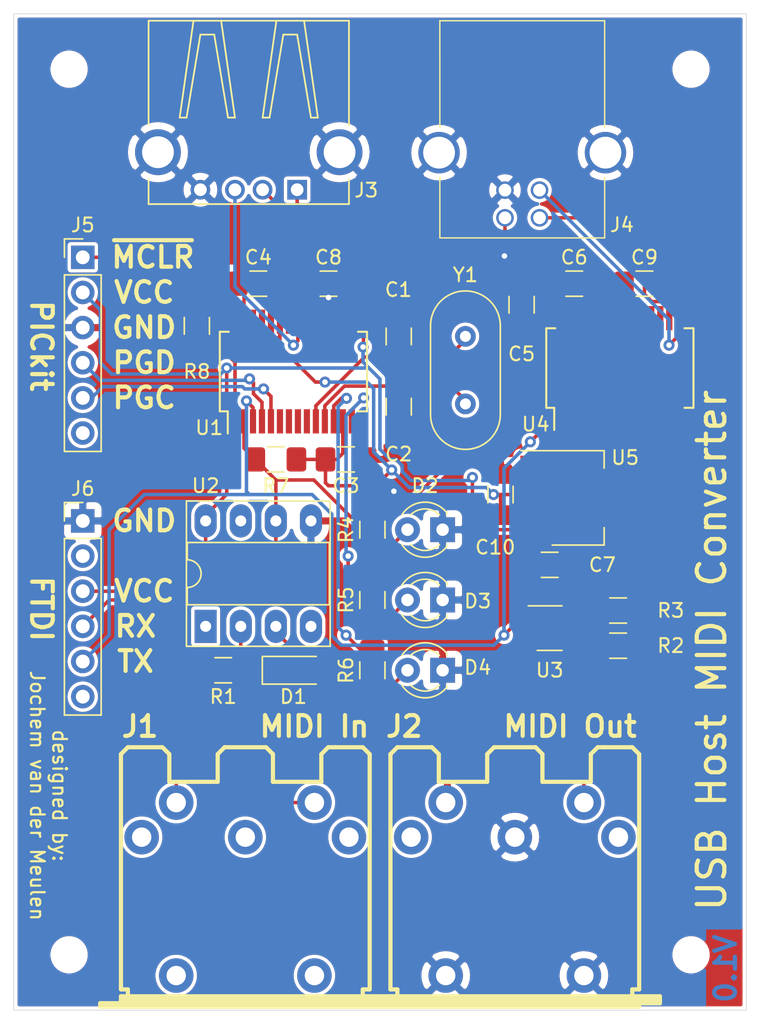
<source format=kicad_pcb>
(kicad_pcb (version 20171130) (host pcbnew "(5.1.4)-1")
  (title_block (title "USB MIDI") (date 2019-10-13) (rev V1.0) (comment 4 "Auther: Jochem van der Meulen"))
  (layers (0 F.Cu signal) (31 B.Cu signal) (34 B.Paste user) (35 F.Paste user) (36 B.SilkS user) (37 F.SilkS user) (38 B.Mask user) (39 F.Mask user) (44 Edge.Cuts user))
  (net 0 "")
  (net 1 "Net-(C1-Pad1)")
  (net 2 GND)
  (net 3 "Net-(C2-Pad1)")
  (net 4 +3V3)
  (net 5 "Net-(C5-Pad1)")
  (net 6 VCC)
  (net 7 "Net-(C8-Pad2)")
  (net 8 "Net-(D1-Pad1)")
  (net 9 "Net-(D1-Pad2)")
  (net 10 "Net-(D2-Pad2)")
  (net 11 "Net-(D3-Pad2)")
  (net 12 "Net-(D4-Pad2)")
  (net 13 "Net-(J1-Pad4)")
  (net 14 "Net-(J2-Pad5)")
  (net 15 "Net-(J2-Pad4)")
  (net 16 "Net-(J3-Pad2)")
  (net 17 "Net-(J3-Pad3)")
  (net 18 "Net-(J4-Pad2)")
  (net 19 "Net-(J4-Pad3)")
  (net 20 "Net-(J5-Pad6)")
  (net 21 "Net-(J5-Pad5)")
  (net 22 "Net-(J5-Pad4)")
  (net 23 "Net-(J5-Pad1)")
  (net 24 MCU_RX)
  (net 25 MCU_TX)
  (net 26 "Net-(J6-Pad6)")
  (net 27 "Net-(R2-Pad1)")
  (net 28 "Net-(R5-Pad1)")
  (net 29 "Net-(R6-Pad1)")
  (net 30 "Net-(J6-Pad2)")
  (module "USB MIDI:din-5" (layer F.Cu) (at 58.75 106.5)
    (fp_text reference J1 (at -7.62 -11) (layer F.SilkS) (effects (font (size 1.5 1.5) (thickness 0.3))))
    (fp_text value "MIDI In" (at 5 -11) (layer F.SilkS) (effects (font (size 1.5 1.5) (thickness 0.3))))
    (pad 6 thru_hole circle (at -5 7) (size 2.5 2.5) (drill 1.4) (layers *.Cu *.Mask))
    (pad 6 thru_hole circle (at 5 7) (size 2.5 2.5) (drill 1.4) (layers *.Cu *.Mask))
    (pad 5 thru_hole circle (at -5 -5.5) (size 2.5 2.5) (drill 1.4) (layers *.Cu *.Mask) (net 9 "Net-(D1-Pad2)"))
    (pad 1 thru_hole circle (at 7.5 -3) (size 2.5 2.5) (drill 1.4) (layers *.Cu *.Mask))
    (pad 2 thru_hole circle (at 0 -3) (size 2.5 2.5) (drill 1.4) (layers *.Cu *.Mask))
    (pad 4 thru_hole circle (at 5 -5.5) (size 2.5 2.5) (drill 1.4) (layers *.Cu *.Mask) (net 13 "Net-(J1-Pad4)"))
    (pad 3 thru_hole circle (at -7.5 -3) (size 2.5 2.5) (drill 1.4) (layers *.Cu *.Mask))
  )
  (module "USB MIDI:din-5" (layer F.Cu) (at 78.25 106.5)
    (fp_text reference J2 (at -8 -11) (layer F.SilkS) (effects (font (size 1.5 1.5) (thickness 0.3))))
    (fp_text value "MIDI Out" (at 4 -11) (layer F.SilkS) (effects (font (size 1.5 1.5) (thickness 0.3))))
    (pad 6 thru_hole circle (at -5 7) (size 2.5 2.5) (drill 1.4) (layers *.Cu *.Mask) (net 2 GND))
    (pad 6 thru_hole circle (at 5 7) (size 2.5 2.5) (drill 1.4) (layers *.Cu *.Mask) (net 2 GND))
    (pad 5 thru_hole circle (at -5 -5.5) (size 2.5 2.5) (drill 1.4) (layers *.Cu *.Mask) (net 14 "Net-(J2-Pad5)"))
    (pad 1 thru_hole circle (at 7.5 -3) (size 2.5 2.5) (drill 1.4) (layers *.Cu *.Mask))
    (pad 2 thru_hole circle (at 0 -3) (size 2.5 2.5) (drill 1.4) (layers *.Cu *.Mask) (net 2 GND))
    (pad 4 thru_hole circle (at 5 -5.5) (size 2.5 2.5) (drill 1.4) (layers *.Cu *.Mask) (net 15 "Net-(J2-Pad4)"))
    (pad 3 thru_hole circle (at -7.5 -3) (size 2.5 2.5) (drill 1.4) (layers *.Cu *.Mask))
  )
  (module "USB MIDI:FCI_61729-1011BLF" (layer F.Cu) (at 79 52 180)
    (fp_text reference J4 (at -7 -7.25) (layer F.SilkS) (effects (font (size 1.0006 1.0006))))
    (fp_text value USB_B)
    (pad 4 thru_hole circle (at 1.46087 -4.74124 180) (size 1.27 1.27) (drill 0.92) (layers *.Cu *.Mask) (net 2 GND))
    (pad 1 thru_hole circle (at 1.46087 -6.74124 180) (size 1.27 1.27) (drill 0.92) (layers *.Cu *.Mask) (net 6 VCC))
    (pad 3 thru_hole circle (at -1.03913 -4.74124 180) (size 1.27 1.27) (drill 0.92) (layers *.Cu *.Mask) (net 19 "Net-(J4-Pad3)"))
    (pad 2 thru_hole circle (at -1.03913 -6.74124 180) (size 1.27 1.27) (drill 0.92) (layers *.Cu *.Mask) (net 18 "Net-(J4-Pad2)"))
    (pad M2 thru_hole circle (at 6.23087 -2.03124 180) (size 3 3) (drill 2.3) (layers *.Cu *.Mask) (net 2 GND))
    (pad M1 thru_hole circle (at -5.80913 -2.03124 180) (size 3 3) (drill 2.3) (layers *.Cu *.Mask) (net 2 GND))
  )
  (module "USB MIDI:FCI_87520-0010BLF" (layer F.Cu) (at 59 54 180)
    (fp_text reference J3 (at -8.5 -2.75 180) (layer F.SilkS) (effects (font (size 1.00106 1.00106))))
    (fp_text value USB_A)
    (pad P2 thru_hole circle (at 6.57 0 180) (size 3.316 3.316) (drill 2.3) (layers *.Cu *.Mask) (net 2 GND))
    (pad P1 thru_hole circle (at -6.57 0 180) (size 3.316 3.316) (drill 2.3) (layers *.Cu *.Mask) (net 2 GND))
    (pad 1 thru_hole rect (at -3.5 -2.71 180) (size 1.428 1.428) (drill 0.92) (layers *.Cu *.Mask) (net 6 VCC))
    (pad 4 thru_hole circle (at 3.5 -2.71 180) (size 1.428 1.428) (drill 0.92) (layers *.Cu *.Mask) (net 2 GND))
    (pad 3 thru_hole circle (at 1 -2.71 180) (size 1.428 1.428) (drill 0.92) (layers *.Cu *.Mask) (net 17 "Net-(J3-Pad3)"))
    (pad 2 thru_hole circle (at -1 -2.71 180) (size 1.428 1.428) (drill 0.92) (layers *.Cu *.Mask) (net 16 "Net-(J3-Pad2)"))
  )
  (module MountingHole:MountingHole_2.2mm_M2 (layer F.Cu) (at 91 48)
    (fp_text reference REF**)
    (fp_text value MountingHole_2.2mm_M2)
    (pad 1 np_thru_hole circle (at 0 0) (size 2.2 2.2) (drill 2.2) (layers *.Cu *.Mask))
  )
  (module MountingHole:MountingHole_2.2mm_M2 (layer F.Cu) (at 91 112)
    (fp_text reference REF**)
    (fp_text value MountingHole_2.2mm_M2)
    (pad 1 np_thru_hole circle (at 0 0) (size 2.2 2.2) (drill 2.2) (layers *.Cu *.Mask))
  )
  (module MountingHole:MountingHole_2.2mm_M2 (layer F.Cu) (at 46 112)
    (fp_text reference REF**)
    (fp_text value MountingHole_2.2mm_M2)
    (pad "" np_thru_hole circle (at 0 0) (size 2.2 2.2) (drill 2.2) (layers *.Cu *.Mask))
  )
  (module MountingHole:MountingHole_2.2mm_M2 (layer F.Cu) (at 46 48)
    (fp_text reference REF**)
    (fp_text value MountingHole_2.2mm_M2)
    (pad "" np_thru_hole circle (at 0 0) (size 2.2 2.2) (drill 2.2) (layers *.Cu *.Mask))
  )
  (module Package_SO:SSOP-28_5.3x10.2mm_P0.65mm (layer F.Cu) (at 62.23 69.85 90)
    (fp_text reference U1 (at -4.064 -6.096 180) (layer F.SilkS))
    (fp_text value PIC24FJ64GB002)
    (pad 28 smd rect (at 3.6 -4.225 90) (size 1.75 0.45) (layers F.Cu F.Paste F.Mask) (net 4 +3V3))
    (pad 27 smd rect (at 3.6 -3.575 90) (size 1.75 0.45) (layers F.Cu F.Paste F.Mask) (net 2 GND))
    (pad 26 smd rect (at 3.6 -2.925 90) (size 1.75 0.45) (layers F.Cu F.Paste F.Mask))
    (pad 25 smd rect (at 3.6 -2.275 90) (size 1.75 0.45) (layers F.Cu F.Paste F.Mask))
    (pad 24 smd rect (at 3.6 -1.625 90) (size 1.75 0.45) (layers F.Cu F.Paste F.Mask))
    (pad 23 smd rect (at 3.6 -0.975 90) (size 1.75 0.45) (layers F.Cu F.Paste F.Mask) (net 4 +3V3))
    (pad 22 smd rect (at 3.6 -0.325 90) (size 1.75 0.45) (layers F.Cu F.Paste F.Mask) (net 16 "Net-(J3-Pad2)"))
    (pad 21 smd rect (at 3.6 0.325 90) (size 1.75 0.45) (layers F.Cu F.Paste F.Mask) (net 17 "Net-(J3-Pad3)"))
    (pad 20 smd rect (at 3.6 0.975 90) (size 1.75 0.45) (layers F.Cu F.Paste F.Mask) (net 7 "Net-(C8-Pad2)"))
    (pad 19 smd rect (at 3.6 1.625 90) (size 1.75 0.45) (layers F.Cu F.Paste F.Mask) (net 2 GND))
    (pad 18 smd rect (at 3.6 2.275 90) (size 1.75 0.45) (layers F.Cu F.Paste F.Mask))
    (pad 17 smd rect (at 3.6 2.925 90) (size 1.75 0.45) (layers F.Cu F.Paste F.Mask))
    (pad 16 smd rect (at 3.6 3.575 90) (size 1.75 0.45) (layers F.Cu F.Paste F.Mask))
    (pad 15 smd rect (at 3.6 4.225 90) (size 1.75 0.45) (layers F.Cu F.Paste F.Mask) (net 6 VCC))
    (pad 14 smd rect (at -3.6 4.225 90) (size 1.75 0.45) (layers F.Cu F.Paste F.Mask) (net 28 "Net-(R5-Pad1)"))
    (pad 13 smd rect (at -3.6 3.575 90) (size 1.75 0.45) (layers F.Cu F.Paste F.Mask) (net 4 +3V3))
    (pad 12 smd rect (at -3.6 2.925 90) (size 1.75 0.45) (layers F.Cu F.Paste F.Mask) (net 29 "Net-(R6-Pad1)"))
    (pad 11 smd rect (at -3.6 2.275 90) (size 1.75 0.45) (layers F.Cu F.Paste F.Mask) (net 3 "Net-(C2-Pad1)"))
    (pad 10 smd rect (at -3.6 1.625 90) (size 1.75 0.45) (layers F.Cu F.Paste F.Mask) (net 1 "Net-(C1-Pad1)"))
    (pad 9 smd rect (at -3.6 0.975 90) (size 1.75 0.45) (layers F.Cu F.Paste F.Mask))
    (pad 8 smd rect (at -3.6 0.325 90) (size 1.75 0.45) (layers F.Cu F.Paste F.Mask))
    (pad 7 smd rect (at -3.6 -0.325 90) (size 1.75 0.45) (layers F.Cu F.Paste F.Mask))
    (pad 6 smd rect (at -3.6 -0.975 90) (size 1.75 0.45) (layers F.Cu F.Paste F.Mask))
    (pad 5 smd rect (at -3.6 -1.625 90) (size 1.75 0.45) (layers F.Cu F.Paste F.Mask) (net 21 "Net-(J5-Pad5)"))
    (pad 4 smd rect (at -3.6 -2.275 90) (size 1.75 0.45) (layers F.Cu F.Paste F.Mask) (net 22 "Net-(J5-Pad4)"))
    (pad 3 smd rect (at -3.6 -2.925 90) (size 1.75 0.45) (layers F.Cu F.Paste F.Mask) (net 25 MCU_TX))
    (pad 2 smd rect (at -3.6 -3.575 90) (size 1.75 0.45) (layers F.Cu F.Paste F.Mask) (net 24 MCU_RX))
    (pad 1 smd rect (at -3.6 -4.225 90) (size 1.75 0.45) (layers F.Cu F.Paste F.Mask) (net 23 "Net-(J5-Pad1)"))
  )
  (module Capacitor_SMD:C_1206_3216Metric_Pad1.42x1.75mm_HandSolder (layer F.Cu) (at 69.85 67.31 90)
    (fp_text reference C1 (at 3.374 -0.026 180) (layer F.SilkS))
    (fp_text value 18pF)
    (pad 1 smd roundrect (at -1.4875 0 90) (size 1.425 1.75) (layers F.Cu F.Paste F.Mask) (roundrect_rratio 0.175439) (net 1 "Net-(C1-Pad1)"))
    (pad 2 smd roundrect (at 1.4875 0 90) (size 1.425 1.75) (layers F.Cu F.Paste F.Mask) (roundrect_rratio 0.175439) (net 2 GND))
  )
  (module Capacitor_SMD:C_1206_3216Metric_Pad1.42x1.75mm_HandSolder (layer F.Cu) (at 69.85 72.39 270)
    (fp_text reference C2 (at 3.429 0 180) (layer F.SilkS))
    (fp_text value 18pF)
    (pad 2 smd roundrect (at 1.4875 0 270) (size 1.425 1.75) (layers F.Cu F.Paste F.Mask) (roundrect_rratio 0.175439) (net 2 GND))
    (pad 1 smd roundrect (at -1.4875 0 270) (size 1.425 1.75) (layers F.Cu F.Paste F.Mask) (roundrect_rratio 0.175439) (net 3 "Net-(C2-Pad1)"))
  )
  (module Capacitor_SMD:C_1206_3216Metric_Pad1.42x1.75mm_HandSolder (layer F.Cu) (at 66.04 76.2)
    (fp_text reference C3 (at 0 1.905) (layer F.SilkS))
    (fp_text value 100nF)
    (pad 1 smd roundrect (at -1.4875 0) (size 1.425 1.75) (layers F.Cu F.Paste F.Mask) (roundrect_rratio 0.175439) (net 4 +3V3))
    (pad 2 smd roundrect (at 1.4875 0) (size 1.425 1.75) (layers F.Cu F.Paste F.Mask) (roundrect_rratio 0.175439) (net 2 GND))
  )
  (module Capacitor_SMD:C_1206_3216Metric_Pad1.42x1.75mm_HandSolder (layer F.Cu) (at 59.69 63.5)
    (fp_text reference C4 (at 0 -1.905 180) (layer F.SilkS))
    (fp_text value 100nF)
    (pad 2 smd roundrect (at 1.4875 0) (size 1.425 1.75) (layers F.Cu F.Paste F.Mask) (roundrect_rratio 0.175439) (net 4 +3V3))
    (pad 1 smd roundrect (at -1.4875 0) (size 1.425 1.75) (layers F.Cu F.Paste F.Mask) (roundrect_rratio 0.175439) (net 2 GND))
  )
  (module Capacitor_SMD:C_1206_3216Metric_Pad1.42x1.75mm_HandSolder (layer F.Cu) (at 78.74 65.024 90)
    (fp_text reference C5 (at -3.556 0 180) (layer F.SilkS))
    (fp_text value 100nF)
    (pad 2 smd roundrect (at 1.4875 0 90) (size 1.425 1.75) (layers F.Cu F.Paste F.Mask) (roundrect_rratio 0.175439) (net 2 GND))
    (pad 1 smd roundrect (at -1.4875 0 90) (size 1.425 1.75) (layers F.Cu F.Paste F.Mask) (roundrect_rratio 0.175439) (net 5 "Net-(C5-Pad1)"))
  )
  (module Capacitor_SMD:C_1206_3216Metric_Pad1.42x1.75mm_HandSolder (layer F.Cu) (at 82.55 63.5)
    (fp_text reference C6 (at 0 -1.905) (layer F.SilkS))
    (fp_text value 100nF)
    (pad 1 smd roundrect (at -1.4875 0) (size 1.425 1.75) (layers F.Cu F.Paste F.Mask) (roundrect_rratio 0.175439) (net 2 GND))
    (pad 2 smd roundrect (at 1.4875 0) (size 1.425 1.75) (layers F.Cu F.Paste F.Mask) (roundrect_rratio 0.175439) (net 6 VCC))
  )
  (module Capacitor_SMD:C_1206_3216Metric_Pad1.42x1.75mm_HandSolder (layer F.Cu) (at 80.772 83.82)
    (fp_text reference C7 (at 3.81 0) (layer F.SilkS))
    (fp_text value 100nF)
    (pad 2 smd roundrect (at 1.4875 0) (size 1.425 1.75) (layers F.Cu F.Paste F.Mask) (roundrect_rratio 0.175439) (net 2 GND))
    (pad 1 smd roundrect (at -1.4875 0) (size 1.425 1.75) (layers F.Cu F.Paste F.Mask) (roundrect_rratio 0.175439) (net 6 VCC))
  )
  (module Capacitor_SMD:C_1206_3216Metric_Pad1.42x1.75mm_HandSolder (layer F.Cu) (at 64.77 63.5 180)
    (fp_text reference C8 (at 0 1.905) (layer F.SilkS))
    (fp_text value 10uF)
    (pad 1 smd roundrect (at -1.4875 0 180) (size 1.425 1.75) (layers F.Cu F.Paste F.Mask) (roundrect_rratio 0.175439) (net 2 GND))
    (pad 2 smd roundrect (at 1.4875 0 180) (size 1.425 1.75) (layers F.Cu F.Paste F.Mask) (roundrect_rratio 0.175439) (net 7 "Net-(C8-Pad2)"))
  )
  (module Capacitor_SMD:C_1206_3216Metric_Pad1.42x1.75mm_HandSolder (layer F.Cu) (at 87.63 63.5 180)
    (fp_text reference C9 (at 0 1.905) (layer F.SilkS))
    (fp_text value 10uF)
    (pad 2 smd roundrect (at 1.4875 0 180) (size 1.425 1.75) (layers F.Cu F.Paste F.Mask) (roundrect_rratio 0.175439) (net 6 VCC))
    (pad 1 smd roundrect (at -1.4875 0 180) (size 1.425 1.75) (layers F.Cu F.Paste F.Mask) (roundrect_rratio 0.175439) (net 2 GND))
  )
  (module Capacitor_SMD:C_1206_3216Metric_Pad1.42x1.75mm_HandSolder (layer F.Cu) (at 77.216 78.74 90)
    (fp_text reference C10 (at -3.81 -0.381 180) (layer F.SilkS))
    (fp_text value 10uF)
    (pad 1 smd roundrect (at -1.4875 0 90) (size 1.425 1.75) (layers F.Cu F.Paste F.Mask) (roundrect_rratio 0.175439) (net 4 +3V3))
    (pad 2 smd roundrect (at 1.4875 0 90) (size 1.425 1.75) (layers F.Cu F.Paste F.Mask) (roundrect_rratio 0.175439) (net 2 GND))
  )
  (module Diode_SMD:D_SOD-123 (layer F.Cu) (at 62.23 91.44)
    (fp_text reference D1 (at 0 1.905 180) (layer F.SilkS))
    (fp_text value 1N4148)
    (pad 1 smd rect (at -1.65 0) (size 0.9 1.2) (layers F.Cu F.Paste F.Mask) (net 8 "Net-(D1-Pad1)"))
    (pad 2 smd rect (at 1.65 0) (size 0.9 1.2) (layers F.Cu F.Paste F.Mask) (net 9 "Net-(D1-Pad2)"))
  )
  (module LED_THT:LED_D3.0mm (layer F.Cu) (at 73.025 81.28 180)
    (fp_text reference D2 (at 1.27 3.175) (layer F.SilkS))
    (fp_text value "Power LED")
    (pad 1 thru_hole rect (at 0 0 180) (size 1.8 1.8) (drill 0.9) (layers *.Cu *.Mask) (net 2 GND))
    (pad 2 thru_hole circle (at 2.54 0 180) (size 1.8 1.8) (drill 0.9) (layers *.Cu *.Mask) (net 10 "Net-(D2-Pad2)"))
  )
  (module LED_THT:LED_D3.0mm (layer F.Cu) (at 73.025 86.36 180)
    (fp_text reference D3 (at -2.54 -0.085) (layer F.SilkS))
    (fp_text value "Accept LED")
    (pad 2 thru_hole circle (at 2.54 0 180) (size 1.8 1.8) (drill 0.9) (layers *.Cu *.Mask) (net 11 "Net-(D3-Pad2)"))
    (pad 1 thru_hole rect (at 0 0 180) (size 1.8 1.8) (drill 0.9) (layers *.Cu *.Mask) (net 2 GND))
  )
  (module LED_THT:LED_D3.0mm (layer F.Cu) (at 73.025 91.44 180)
    (fp_text reference D4 (at -2.54 0.2) (layer F.SilkS))
    (fp_text value "Error LED")
    (pad 1 thru_hole rect (at 0 0 180) (size 1.8 1.8) (drill 0.9) (layers *.Cu *.Mask) (net 2 GND))
    (pad 2 thru_hole circle (at 2.54 0 180) (size 1.8 1.8) (drill 0.9) (layers *.Cu *.Mask) (net 12 "Net-(D4-Pad2)"))
  )
  (module Connector_PinHeader_2.54mm:PinHeader_1x06_P2.54mm_Vertical (layer F.Cu) (at 46.99 61.595)
    (fp_text reference J5 (at 0 -2.33) (layer F.SilkS))
    (fp_text value "PICkit Header")
    (pad 6 thru_hole oval (at 0 12.7) (size 1.7 1.7) (drill 1) (layers *.Cu *.Mask) (net 20 "Net-(J5-Pad6)"))
    (pad 5 thru_hole oval (at 0 10.16) (size 1.7 1.7) (drill 1) (layers *.Cu *.Mask) (net 21 "Net-(J5-Pad5)"))
    (pad 4 thru_hole oval (at 0 7.62) (size 1.7 1.7) (drill 1) (layers *.Cu *.Mask) (net 22 "Net-(J5-Pad4)"))
    (pad 3 thru_hole oval (at 0 5.08) (size 1.7 1.7) (drill 1) (layers *.Cu *.Mask) (net 2 GND))
    (pad 2 thru_hole oval (at 0 2.54) (size 1.7 1.7) (drill 1) (layers *.Cu *.Mask) (net 6 VCC))
    (pad 1 thru_hole rect (at 0 0) (size 1.7 1.7) (drill 1) (layers *.Cu *.Mask) (net 23 "Net-(J5-Pad1)"))
  )
  (module Connector_PinHeader_2.54mm:PinHeader_1x06_P2.54mm_Vertical (layer F.Cu) (at 46.99 80.645)
    (fp_text reference J6 (at 0 -2.33) (layer F.SilkS))
    (fp_text value "FTDI Header")
    (pad 1 thru_hole rect (at 0 0) (size 1.7 1.7) (drill 1) (layers *.Cu *.Mask) (net 2 GND))
    (pad 2 thru_hole oval (at 0 2.54) (size 1.7 1.7) (drill 1) (layers *.Cu *.Mask) (net 30 "Net-(J6-Pad2)"))
    (pad 3 thru_hole oval (at 0 5.08) (size 1.7 1.7) (drill 1) (layers *.Cu *.Mask) (net 6 VCC))
    (pad 4 thru_hole oval (at 0 7.62) (size 1.7 1.7) (drill 1) (layers *.Cu *.Mask) (net 24 MCU_RX))
    (pad 5 thru_hole oval (at 0 10.16) (size 1.7 1.7) (drill 1) (layers *.Cu *.Mask) (net 25 MCU_TX))
    (pad 6 thru_hole oval (at 0 12.7) (size 1.7 1.7) (drill 1) (layers *.Cu *.Mask) (net 26 "Net-(J6-Pad6)"))
  )
  (module Resistor_SMD:R_1206_3216Metric_Pad1.42x1.75mm_HandSolder (layer F.Cu) (at 57.15 91.44)
    (fp_text reference R1 (at 0 1.905 180) (layer F.SilkS))
    (fp_text value 220)
    (pad 1 smd roundrect (at -1.4875 0) (size 1.425 1.75) (layers F.Cu F.Paste F.Mask) (roundrect_rratio 0.175439) (net 13 "Net-(J1-Pad4)"))
    (pad 2 smd roundrect (at 1.4875 0) (size 1.425 1.75) (layers F.Cu F.Paste F.Mask) (roundrect_rratio 0.175439) (net 8 "Net-(D1-Pad1)"))
  )
  (module Resistor_SMD:R_1206_3216Metric_Pad1.42x1.75mm_HandSolder (layer F.Cu) (at 85.725 89.662)
    (fp_text reference R2 (at 3.81 0) (layer F.SilkS))
    (fp_text value 220)
    (pad 1 smd roundrect (at -1.4875 0) (size 1.425 1.75) (layers F.Cu F.Paste F.Mask) (roundrect_rratio 0.175439) (net 27 "Net-(R2-Pad1)"))
    (pad 2 smd roundrect (at 1.4875 0) (size 1.425 1.75) (layers F.Cu F.Paste F.Mask) (roundrect_rratio 0.175439) (net 14 "Net-(J2-Pad5)"))
  )
  (module Resistor_SMD:R_1206_3216Metric_Pad1.42x1.75mm_HandSolder (layer F.Cu) (at 85.725 87.122)
    (fp_text reference R3 (at 3.81 0) (layer F.SilkS))
    (fp_text value 220)
    (pad 2 smd roundrect (at 1.4875 0) (size 1.425 1.75) (layers F.Cu F.Paste F.Mask) (roundrect_rratio 0.175439) (net 15 "Net-(J2-Pad4)"))
    (pad 1 smd roundrect (at -1.4875 0) (size 1.425 1.75) (layers F.Cu F.Paste F.Mask) (roundrect_rratio 0.175439) (net 6 VCC))
  )
  (module Resistor_SMD:R_1206_3216Metric_Pad1.42x1.75mm_HandSolder (layer F.Cu) (at 67.945 81.28 270)
    (fp_text reference R4 (at 0 1.905 90) (layer F.SilkS))
    (fp_text value 220)
    (pad 2 smd roundrect (at 1.4875 0 270) (size 1.425 1.75) (layers F.Cu F.Paste F.Mask) (roundrect_rratio 0.175439) (net 10 "Net-(D2-Pad2)"))
    (pad 1 smd roundrect (at -1.4875 0 270) (size 1.425 1.75) (layers F.Cu F.Paste F.Mask) (roundrect_rratio 0.175439) (net 4 +3V3))
  )
  (module Resistor_SMD:R_1206_3216Metric_Pad1.42x1.75mm_HandSolder (layer F.Cu) (at 67.945 86.36 270)
    (fp_text reference R5 (at 0 1.905 90) (layer F.SilkS))
    (fp_text value 470)
    (pad 1 smd roundrect (at -1.4875 0 270) (size 1.425 1.75) (layers F.Cu F.Paste F.Mask) (roundrect_rratio 0.175439) (net 28 "Net-(R5-Pad1)"))
    (pad 2 smd roundrect (at 1.4875 0 270) (size 1.425 1.75) (layers F.Cu F.Paste F.Mask) (roundrect_rratio 0.175439) (net 11 "Net-(D3-Pad2)"))
  )
  (module Resistor_SMD:R_1206_3216Metric_Pad1.42x1.75mm_HandSolder (layer F.Cu) (at 67.945 91.44 270)
    (fp_text reference R6 (at 0 1.905 90) (layer F.SilkS))
    (fp_text value 470)
    (pad 2 smd roundrect (at 1.4875 0 270) (size 1.425 1.75) (layers F.Cu F.Paste F.Mask) (roundrect_rratio 0.175439) (net 12 "Net-(D4-Pad2)"))
    (pad 1 smd roundrect (at -1.4875 0 270) (size 1.425 1.75) (layers F.Cu F.Paste F.Mask) (roundrect_rratio 0.175439) (net 29 "Net-(R6-Pad1)"))
  )
  (module Resistor_SMD:R_1206_3216Metric_Pad1.42x1.75mm_HandSolder (layer F.Cu) (at 60.96 76.2 180)
    (fp_text reference R7 (at 0 -1.905) (layer F.SilkS))
    (fp_text value 10K)
    (pad 1 smd roundrect (at -1.4875 0 180) (size 1.425 1.75) (layers F.Cu F.Paste F.Mask) (roundrect_rratio 0.175439) (net 4 +3V3))
    (pad 2 smd roundrect (at 1.4875 0 180) (size 1.425 1.75) (layers F.Cu F.Paste F.Mask) (roundrect_rratio 0.175439) (net 24 MCU_RX))
  )
  (module Resistor_SMD:R_1206_3216Metric_Pad1.42x1.75mm_HandSolder (layer F.Cu) (at 55.245 66.548 270)
    (fp_text reference R8 (at 3.302 0 180) (layer F.SilkS))
    (fp_text value 10K)
    (pad 2 smd roundrect (at 1.4875 0 270) (size 1.425 1.75) (layers F.Cu F.Paste F.Mask) (roundrect_rratio 0.175439) (net 23 "Net-(J5-Pad1)"))
    (pad 1 smd roundrect (at -1.4875 0 270) (size 1.425 1.75) (layers F.Cu F.Paste F.Mask) (roundrect_rratio 0.175439) (net 4 +3V3))
  )
  (module Package_DIP:DIP-8_W7.62mm_Socket_LongPads (layer F.Cu) (at 55.88 88.265 90)
    (fp_text reference U2 (at 10.16 0 180) (layer F.SilkS))
    (fp_text value 6N138)
    (pad 1 thru_hole rect (at 0 0 90) (size 2.4 1.6) (drill 0.8) (layers *.Cu *.Mask))
    (pad 5 thru_hole oval (at 7.62 7.62 90) (size 2.4 1.6) (drill 0.8) (layers *.Cu *.Mask) (net 2 GND))
    (pad 2 thru_hole oval (at 0 2.54 90) (size 2.4 1.6) (drill 0.8) (layers *.Cu *.Mask) (net 8 "Net-(D1-Pad1)"))
    (pad 6 thru_hole oval (at 7.62 5.08 90) (size 2.4 1.6) (drill 0.8) (layers *.Cu *.Mask) (net 24 MCU_RX))
    (pad 3 thru_hole oval (at 0 5.08 90) (size 2.4 1.6) (drill 0.8) (layers *.Cu *.Mask) (net 9 "Net-(D1-Pad2)"))
    (pad 7 thru_hole oval (at 7.62 2.54 90) (size 2.4 1.6) (drill 0.8) (layers *.Cu *.Mask))
    (pad 4 thru_hole oval (at 0 7.62 90) (size 2.4 1.6) (drill 0.8) (layers *.Cu *.Mask))
    (pad 8 thru_hole oval (at 7.62 0 90) (size 2.4 1.6) (drill 0.8) (layers *.Cu *.Mask) (net 6 VCC))
  )
  (module Package_TO_SOT_SMD:SOT-23-5_HandSoldering (layer F.Cu) (at 80.772 88.392)
    (fp_text reference U3 (at 0 3.048) (layer F.SilkS))
    (fp_text value 74AHC1G125)
    (pad 1 smd rect (at -1.35 -0.95) (size 1.56 0.65) (layers F.Cu F.Paste F.Mask) (net 2 GND))
    (pad 2 smd rect (at -1.35 0) (size 1.56 0.65) (layers F.Cu F.Paste F.Mask) (net 25 MCU_TX))
    (pad 3 smd rect (at -1.35 0.95) (size 1.56 0.65) (layers F.Cu F.Paste F.Mask) (net 2 GND))
    (pad 4 smd rect (at 1.35 0.95) (size 1.56 0.65) (layers F.Cu F.Paste F.Mask) (net 27 "Net-(R2-Pad1)"))
    (pad 5 smd rect (at 1.35 -0.95) (size 1.56 0.65) (layers F.Cu F.Paste F.Mask) (net 6 VCC))
  )
  (module Package_SO:SSOP-28_5.3x10.2mm_P0.65mm (layer F.Cu) (at 85.852 69.596 90)
    (fp_text reference U4 (at -4.064 -6.096 180) (layer F.SilkS))
    (fp_text value FT232RL)
    (pad 1 smd rect (at -3.6 -4.225 90) (size 1.75 0.45) (layers F.Cu F.Paste F.Mask) (net 24 MCU_RX))
    (pad 2 smd rect (at -3.6 -3.575 90) (size 1.75 0.45) (layers F.Cu F.Paste F.Mask))
    (pad 3 smd rect (at -3.6 -2.925 90) (size 1.75 0.45) (layers F.Cu F.Paste F.Mask))
    (pad 4 smd rect (at -3.6 -2.275 90) (size 1.75 0.45) (layers F.Cu F.Paste F.Mask) (net 5 "Net-(C5-Pad1)"))
    (pad 5 smd rect (at -3.6 -1.625 90) (size 1.75 0.45) (layers F.Cu F.Paste F.Mask) (net 25 MCU_TX))
    (pad 6 smd rect (at -3.6 -0.975 90) (size 1.75 0.45) (layers F.Cu F.Paste F.Mask))
    (pad 7 smd rect (at -3.6 -0.325 90) (size 1.75 0.45) (layers F.Cu F.Paste F.Mask) (net 2 GND))
    (pad 8 smd rect (at -3.6 0.325 90) (size 1.75 0.45) (layers F.Cu F.Paste F.Mask))
    (pad 9 smd rect (at -3.6 0.975 90) (size 1.75 0.45) (layers F.Cu F.Paste F.Mask))
    (pad 10 smd rect (at -3.6 1.625 90) (size 1.75 0.45) (layers F.Cu F.Paste F.Mask))
    (pad 11 smd rect (at -3.6 2.275 90) (size 1.75 0.45) (layers F.Cu F.Paste F.Mask))
    (pad 12 smd rect (at -3.6 2.925 90) (size 1.75 0.45) (layers F.Cu F.Paste F.Mask))
    (pad 13 smd rect (at -3.6 3.575 90) (size 1.75 0.45) (layers F.Cu F.Paste F.Mask))
    (pad 14 smd rect (at -3.6 4.225 90) (size 1.75 0.45) (layers F.Cu F.Paste F.Mask))
    (pad 15 smd rect (at 3.6 4.225 90) (size 1.75 0.45) (layers F.Cu F.Paste F.Mask) (net 19 "Net-(J4-Pad3)"))
    (pad 16 smd rect (at 3.6 3.575 90) (size 1.75 0.45) (layers F.Cu F.Paste F.Mask) (net 18 "Net-(J4-Pad2)"))
    (pad 17 smd rect (at 3.6 2.925 90) (size 1.75 0.45) (layers F.Cu F.Paste F.Mask) (net 5 "Net-(C5-Pad1)"))
    (pad 18 smd rect (at 3.6 2.275 90) (size 1.75 0.45) (layers F.Cu F.Paste F.Mask) (net 2 GND))
    (pad 19 smd rect (at 3.6 1.625 90) (size 1.75 0.45) (layers F.Cu F.Paste F.Mask))
    (pad 20 smd rect (at 3.6 0.975 90) (size 1.75 0.45) (layers F.Cu F.Paste F.Mask) (net 6 VCC))
    (pad 21 smd rect (at 3.6 0.325 90) (size 1.75 0.45) (layers F.Cu F.Paste F.Mask) (net 2 GND))
    (pad 22 smd rect (at 3.6 -0.325 90) (size 1.75 0.45) (layers F.Cu F.Paste F.Mask))
    (pad 23 smd rect (at 3.6 -0.975 90) (size 1.75 0.45) (layers F.Cu F.Paste F.Mask))
    (pad 24 smd rect (at 3.6 -1.625 90) (size 1.75 0.45) (layers F.Cu F.Paste F.Mask))
    (pad 25 smd rect (at 3.6 -2.275 90) (size 1.75 0.45) (layers F.Cu F.Paste F.Mask) (net 2 GND))
    (pad 26 smd rect (at 3.6 -2.925 90) (size 1.75 0.45) (layers F.Cu F.Paste F.Mask) (net 2 GND))
    (pad 27 smd rect (at 3.6 -3.575 90) (size 1.75 0.45) (layers F.Cu F.Paste F.Mask))
    (pad 28 smd rect (at 3.6 -4.225 90) (size 1.75 0.45) (layers F.Cu F.Paste F.Mask))
  )
  (module Package_TO_SOT_SMD:SOT-223-3_TabPin2 (layer F.Cu) (at 82.804 78.98)
    (fp_text reference U5 (at 3.429 -2.907) (layer F.SilkS))
    (fp_text value LD1117S33TR_SOT223)
    (pad 2 smd rect (at 3.15 0) (size 2 3.8) (layers F.Cu F.Paste F.Mask) (net 4 +3V3))
    (pad 2 smd rect (at -3.15 0) (size 2 1.5) (layers F.Cu F.Paste F.Mask) (net 4 +3V3))
    (pad 3 smd rect (at -3.15 2.3) (size 2 1.5) (layers F.Cu F.Paste F.Mask) (net 6 VCC))
    (pad 1 smd rect (at -3.15 -2.3) (size 2 1.5) (layers F.Cu F.Paste F.Mask) (net 2 GND))
  )
  (module Crystal:Crystal_HC49-4H_Vertical (layer F.Cu) (at 74.676 67.31 270)
    (fp_text reference Y1 (at -4.445 0 180) (layer F.SilkS))
    (fp_text value 16MHz)
    (pad 1 thru_hole circle (at 0 0 270) (size 1.5 1.5) (drill 0.8) (layers *.Cu *.Mask) (net 1 "Net-(C1-Pad1)"))
    (pad 2 thru_hole circle (at 4.88 0 270) (size 1.5 1.5) (drill 0.8) (layers *.Cu *.Mask) (net 3 "Net-(C2-Pad1)"))
  )
  (gr_text "designed by:\nJochem van der Meulen" (at 44.5 100.5 270) (layer F.SilkS) (effects (font (size 1 1) (thickness 0.16))))
  (gr_text "USB Host MIDI Converter" (at 92.5 90 90) (layer F.SilkS) (effects (font (size 2 2) (thickness 0.3))))
  (gr_text V1.0 (at 93.5 113 90) (layer B.Cu) (effects (font (size 1.5 1.5) (thickness 0.3)) (justify mirror)))
  (gr_text PICkit (at 44 68 270) (layer F.SilkS) (effects (font (size 1.5 1.5) (thickness 0.3))))
  (gr_text FTDI (at 44 87 270) (layer F.SilkS) (effects (font (size 1.5 1.5) (thickness 0.3))))
  (gr_line (start 95 44) (end 42 44) (layer Edge.Cuts) (width 0.05))
  (gr_line (start 42 116) (end 95 116) (layer Edge.Cuts) (width 0.05))
  (gr_line (start 42 44) (end 42 116) (layer Edge.Cuts) (width 0.05))
  (gr_line (start 95 116) (end 95 44) (layer Edge.Cuts) (width 0.05))
  (gr_text TX (at 50.8 90.805) (layer F.SilkS) (effects (font (size 1.5 1.5) (thickness 0.3))))
  (gr_text RX (at 50.8 88.265) (layer F.SilkS) (effects (font (size 1.5 1.5) (thickness 0.3))))
  (gr_text VCC (at 51.435 85.725) (layer F.SilkS) (effects (font (size 1.5 1.5) (thickness 0.3))))
  (gr_text GND (at 51.435 80.645) (layer F.SilkS) (effects (font (size 1.5 1.5) (thickness 0.3))))
  (gr_text PGC (at 51.435 71.755) (layer F.SilkS) (effects (font (size 1.5 1.5) (thickness 0.3))))
  (gr_text PGD (at 51.435 69.215) (layer F.SilkS) (effects (font (size 1.5 1.5) (thickness 0.3))))
  (gr_text GND (at 51.435 66.675) (layer F.SilkS) (effects (font (size 1.5 1.5) (thickness 0.3))))
  (gr_text VCC (at 51.435 64.135) (layer F.SilkS) (effects (font (size 1.5 1.5) (thickness 0.3))))
  (gr_text ~MCLR~ (at 52.07 61.595) (layer F.SilkS) (effects (font (size 1.5 1.5) (thickness 0.3))))
  (segment (start 74.180001 68.059999) (end 73.4425 68.7975) (width 0.254) (layer F.Cu) (net 1))
  (segment (start 74.93 67.31) (end 74.180001 68.059999) (width 0.254) (layer F.Cu) (net 1))
  (segment (start 69.85 68.7975) (end 73.4425 68.7975) (width 0.254) (layer F.Cu) (net 1))
  (segment (start 65.056 71.12) (end 65.063934 71.12) (width 0.254) (layer F.Cu) (net 1))
  (segment (start 63.855 73.45) (end 63.855 72.321) (width 0.254) (layer F.Cu) (net 1))
  (segment (start 63.855 72.321) (end 65.056 71.12) (width 0.254) (layer F.Cu) (net 1))
  (segment (start 67.386434 68.7975) (end 69.85 68.7975) (width 0.254) (layer F.Cu) (net 1))
  (segment (start 65.063934 71.12) (end 67.386434 68.7975) (width 0.254) (layer F.Cu) (net 1))
  (via (at 64.77 64.5) (size 0.8) (drill 0.4) (layers F.Cu B.Cu) (net 2))
  (segment (start 58.655 63.9525) (end 58.2025 63.5) (width 0.25) (layer F.Cu) (net 2))
  (segment (start 58.655 66.25) (end 58.655 63.9525) (width 0.25) (layer F.Cu) (net 2))
  (segment (start 88.127 65.996) (end 88.127 67.5108) (width 0.25) (layer F.Cu) (net 2))
  (segment (start 82.927 65.996) (end 83.577 65.996) (width 0.25) (layer F.Cu) (net 2))
  (segment (start 88.127 67.5108) (end 87.50981 68.12799) (width 0.25) (layer F.Cu) (net 2))
  (segment (start 82.927 65.996) (end 82.927 64.512) (width 0.25) (layer F.Cu) (net 2))
  (segment (start 82.927 64.512) (end 81.915 63.5) (width 0.25) (layer F.Cu) (net 2))
  (segment (start 81.915 63.5) (end 81.0625 63.5) (width 0.25) (layer F.Cu) (net 2))
  (segment (start 86.177 68.12798) (end 86.17701 68.12799) (width 0.25) (layer F.Cu) (net 2))
  (segment (start 86.177 65.996) (end 86.177 68.12798) (width 0.25) (layer F.Cu) (net 2))
  (segment (start 87.50981 68.12799) (end 86.17701 68.12799) (width 0.25) (layer F.Cu) (net 2))
  (segment (start 81.026 63.5365) (end 81.0625 63.5) (width 0.25) (layer F.Cu) (net 2))
  (segment (start 78.74 63.5365) (end 81.026 63.5365) (width 0.25) (layer F.Cu) (net 2))
  (segment (start 64.204315 64.5) (end 64.77 64.5) (width 0.25) (layer F.Cu) (net 2))
  (segment (start 63.855 64.849315) (end 64.204315 64.5) (width 0.25) (layer F.Cu) (net 2))
  (segment (start 63.855 66.25) (end 63.855 64.849315) (width 0.25) (layer F.Cu) (net 2))
  (segment (start 65.2575 64.5) (end 66.2575 63.5) (width 0.25) (layer F.Cu) (net 2))
  (segment (start 64.77 64.5) (end 65.2575 64.5) (width 0.25) (layer F.Cu) (net 2))
  (via (at 77.5 61.5) (size 0.8) (drill 0.4) (layers F.Cu B.Cu) (net 2))
  (via (at 69.5 78.5) (size 0.8) (drill 0.4) (layers F.Cu B.Cu) (net 2))
  (segment (start 82.927 67.427) (end 82.927 65.996) (width 0.25) (layer F.Cu) (net 2))
  (segment (start 86.17701 68.12799) (end 83.62799 68.12799) (width 0.25) (layer F.Cu) (net 2))
  (segment (start 83.62799 68.12799) (end 82.927 67.427) (width 0.25) (layer F.Cu) (net 2))
  (segment (start 73.6425 70.9025) (end 74.93 72.19) (width 0.254) (layer F.Cu) (net 3))
  (segment (start 69.85 70.9025) (end 73.6425 70.9025) (width 0.254) (layer F.Cu) (net 3))
  (segment (start 68.875 70.9025) (end 69.85 70.9025) (width 0.254) (layer F.Cu) (net 3))
  (segment (start 65.9235 70.9025) (end 68.875 70.9025) (width 0.254) (layer F.Cu) (net 3))
  (segment (start 64.505 72.321) (end 65.9235 70.9025) (width 0.254) (layer F.Cu) (net 3))
  (segment (start 64.505 73.45) (end 64.505 72.321) (width 0.254) (layer F.Cu) (net 3))
  (via (at 76.708 78.74) (size 0.8) (drill 0.4) (layers F.Cu B.Cu) (net 4))
  (segment (start 61.1775 66.1725) (end 61.255 66.25) (width 0.254) (layer F.Cu) (net 4))
  (segment (start 61.1775 63.5) (end 61.1775 66.1725) (width 0.254) (layer F.Cu) (net 4))
  (segment (start 65.805 74.579) (end 65.805 73.45) (width 0.254) (layer F.Cu) (net 4))
  (segment (start 65.805 75.76) (end 65.805 74.579) (width 0.254) (layer F.Cu) (net 4))
  (segment (start 65.365 76.2) (end 65.805 75.76) (width 0.254) (layer F.Cu) (net 4))
  (segment (start 64.5525 76.2) (end 65.365 76.2) (width 0.254) (layer F.Cu) (net 4))
  (segment (start 58.005 67.379) (end 58.005 66.25) (width 0.254) (layer F.Cu) (net 4))
  (segment (start 58.078001 67.452001) (end 58.005 67.379) (width 0.254) (layer F.Cu) (net 4))
  (segment (start 61.255 67.288602) (end 61.091601 67.452001) (width 0.254) (layer F.Cu) (net 4))
  (segment (start 61.255 66.25) (end 61.255 67.288602) (width 0.254) (layer F.Cu) (net 4))
  (segment (start 58.562001 67.452001) (end 56.874501 67.452001) (width 0.254) (layer F.Cu) (net 4))
  (segment (start 58.562001 67.452001) (end 58.078001 67.452001) (width 0.254) (layer F.Cu) (net 4))
  (segment (start 61.091601 67.452001) (end 58.562001 67.452001) (width 0.254) (layer F.Cu) (net 4))
  (segment (start 62.4475 76.2) (end 64.5525 76.2) (width 0.254) (layer F.Cu) (net 4))
  (segment (start 64.5525 77.8875) (end 64.5525 76.2) (width 0.254) (layer F.Cu) (net 4))
  (segment (start 64.77 78.105) (end 64.5525 77.8875) (width 0.254) (layer F.Cu) (net 4))
  (via (at 64.516 70.612) (size 0.8) (drill 0.4) (layers F.Cu B.Cu) (net 4))
  (segment (start 68.037001 75.657001) (end 69.342 76.962) (width 0.254) (layer B.Cu) (net 4))
  (via (at 69.342 76.962) (size 0.8) (drill 0.4) (layers F.Cu B.Cu) (net 4))
  (segment (start 68.199 78.105) (end 69.342 76.962) (width 0.254) (layer F.Cu) (net 4))
  (segment (start 66.929 78.105) (end 64.77 78.105) (width 0.254) (layer F.Cu) (net 4))
  (segment (start 67.07 78.105) (end 66.929 78.105) (width 0.254) (layer F.Cu) (net 4))
  (segment (start 67.945 79.7925) (end 67.945 78.105) (width 0.254) (layer F.Cu) (net 4))
  (segment (start 66.929 78.105) (end 67.945 78.105) (width 0.254) (layer F.Cu) (net 4))
  (segment (start 67.945 78.105) (end 68.199 78.105) (width 0.254) (layer F.Cu) (net 4))
  (segment (start 79.654 78.98) (end 85.954 78.98) (width 0.254) (layer F.Cu) (net 4))
  (segment (start 76.2 78.232) (end 76.708 78.74) (width 0.254) (layer B.Cu) (net 4))
  (segment (start 69.342 76.962) (end 70.612 78.232) (width 0.254) (layer B.Cu) (net 4))
  (segment (start 70.612 78.232) (end 76.2 78.232) (width 0.254) (layer B.Cu) (net 4))
  (segment (start 79.414 78.74) (end 79.654 78.98) (width 0.254) (layer F.Cu) (net 4))
  (segment (start 77.216 80.2275) (end 77.216 78.74) (width 0.254) (layer F.Cu) (net 4))
  (segment (start 76.708 78.74) (end 77.216 78.74) (width 0.254) (layer F.Cu) (net 4))
  (segment (start 77.216 78.74) (end 79.414 78.74) (width 0.254) (layer F.Cu) (net 4))
  (segment (start 63.821038 70.612) (end 64.516 70.612) (width 0.254) (layer F.Cu) (net 4))
  (segment (start 61.255 66.25) (end 61.255 68.045962) (width 0.254) (layer F.Cu) (net 4))
  (segment (start 61.255 68.045962) (end 63.821038 70.612) (width 0.254) (layer F.Cu) (net 4))
  (segment (start 67.564 70.612) (end 68.037001 71.085001) (width 0.254) (layer B.Cu) (net 4))
  (segment (start 64.516 70.612) (end 67.564 70.612) (width 0.254) (layer B.Cu) (net 4))
  (segment (start 68.037001 71.085001) (end 68.037001 75.657001) (width 0.254) (layer B.Cu) (net 4))
  (segment (start 56.874501 67.452001) (end 56.657001 67.452001) (width 0.25) (layer F.Cu) (net 4))
  (segment (start 55.245 66.04) (end 55.245 65.0605) (width 0.25) (layer F.Cu) (net 4))
  (segment (start 56.657001 67.452001) (end 55.245 66.04) (width 0.25) (layer F.Cu) (net 4))
  (segment (start 88.777 67.500038) (end 88.777 65.996) (width 0.254) (layer F.Cu) (net 5))
  (segment (start 87.697038 68.58) (end 88.777 67.500038) (width 0.254) (layer F.Cu) (net 5))
  (segment (start 78.74 66.5115) (end 78.74 68.072) (width 0.254) (layer F.Cu) (net 5))
  (segment (start 78.74 68.072) (end 79.248 68.58) (width 0.254) (layer F.Cu) (net 5))
  (segment (start 83.577 68.823) (end 83.82 68.58) (width 0.254) (layer F.Cu) (net 5))
  (segment (start 83.577 73.196) (end 83.577 68.823) (width 0.254) (layer F.Cu) (net 5))
  (segment (start 79.248 68.58) (end 83.82 68.58) (width 0.254) (layer F.Cu) (net 5))
  (segment (start 83.82 68.58) (end 87.697038 68.58) (width 0.254) (layer F.Cu) (net 5))
  (via (at 57.404 69.596) (size 0.8) (drill 0.4) (layers F.Cu B.Cu) (net 6))
  (segment (start 46.99 85.725) (end 53.975 85.725) (width 0.254) (layer F.Cu) (net 6))
  (segment (start 55.88 83.82) (end 55.88 80.645) (width 0.254) (layer F.Cu) (net 6))
  (segment (start 53.975 85.725) (end 55.88 83.82) (width 0.254) (layer F.Cu) (net 6))
  (segment (start 86.065 63.5775) (end 86.1425 63.5) (width 0.254) (layer F.Cu) (net 6))
  (segment (start 84.0375 63.5) (end 86.1425 63.5) (width 0.254) (layer F.Cu) (net 6))
  (segment (start 66.455 66.25) (end 66.455 65.6) (width 0.254) (layer F.Cu) (net 6))
  (segment (start 55.88 80.645) (end 55.88 80.245) (width 0.254) (layer B.Cu) (net 6))
  (segment (start 78.27001 59.85501) (end 78.57499 59.85501) (width 0.254) (layer F.Cu) (net 6))
  (segment (start 79.58001 59.85501) (end 79.54001 59.85501) (width 0.254) (layer F.Cu) (net 6))
  (segment (start 78.57499 59.85501) (end 79.54001 59.85501) (width 0.254) (layer F.Cu) (net 6))
  (segment (start 79.2845 81.6495) (end 79.654 81.28) (width 0.254) (layer F.Cu) (net 6))
  (segment (start 79.2845 83.82) (end 79.2845 81.6495) (width 0.254) (layer F.Cu) (net 6))
  (via (at 75.184 77.505) (size 0.8) (drill 0.4) (layers F.Cu B.Cu) (net 6))
  (segment (start 78.4 81.28) (end 79.654 81.28) (width 0.254) (layer F.Cu) (net 6))
  (segment (start 75.932 81.28) (end 78.4 81.28) (width 0.254) (layer F.Cu) (net 6))
  (segment (start 75.184 80.532) (end 75.932 81.28) (width 0.254) (layer F.Cu) (net 6))
  (segment (start 75.184 77.505) (end 75.184 80.532) (width 0.254) (layer F.Cu) (net 6))
  (segment (start 83.9175 87.442) (end 84.2375 87.122) (width 0.254) (layer F.Cu) (net 6))
  (segment (start 82.122 87.442) (end 83.9175 87.442) (width 0.254) (layer F.Cu) (net 6))
  (segment (start 82.122 86.6575) (end 79.2845 83.82) (width 0.254) (layer F.Cu) (net 6))
  (segment (start 82.122 87.442) (end 82.122 86.6575) (width 0.254) (layer F.Cu) (net 6))
  (segment (start 74.965 77.724) (end 75.184 77.505) (width 0.254) (layer B.Cu) (net 6))
  (segment (start 70.746066 77.724) (end 74.965 77.724) (width 0.254) (layer B.Cu) (net 6))
  (segment (start 70.104 77.081934) (end 70.746066 77.724) (width 0.254) (layer B.Cu) (net 6))
  (segment (start 67.698067 69.596) (end 68.491011 70.388944) (width 0.254) (layer B.Cu) (net 6))
  (segment (start 57.404 69.596) (end 67.698067 69.596) (width 0.254) (layer B.Cu) (net 6))
  (segment (start 68.491011 75.468945) (end 69.222066 76.2) (width 0.254) (layer B.Cu) (net 6))
  (segment (start 68.491011 70.388944) (end 68.491011 75.468945) (width 0.254) (layer B.Cu) (net 6))
  (segment (start 69.222066 76.2) (end 69.655962 76.2) (width 0.254) (layer B.Cu) (net 6))
  (segment (start 70.104 76.648038) (end 70.104 77.081934) (width 0.254) (layer B.Cu) (net 6))
  (segment (start 69.655962 76.2) (end 70.104 76.648038) (width 0.254) (layer B.Cu) (net 6))
  (segment (start 67.29701 68.106536) (end 67.270308 68.079834) (width 0.254) (layer F.Cu) (net 6))
  (via (at 67.270308 68.079834) (size 0.8) (drill 0.4) (layers F.Cu B.Cu) (net 6))
  (segment (start 67.270308 69.168241) (end 67.698067 69.596) (width 0.254) (layer B.Cu) (net 6))
  (segment (start 67.270308 68.079834) (end 67.270308 69.168241) (width 0.254) (layer B.Cu) (net 6))
  (segment (start 67.29701 65.88699) (end 67.29701 65.79899) (width 0.254) (layer F.Cu) (net 6))
  (segment (start 66.934 66.25) (end 67.29701 65.88699) (width 0.254) (layer F.Cu) (net 6))
  (segment (start 66.455 66.25) (end 66.934 66.25) (width 0.254) (layer F.Cu) (net 6))
  (segment (start 67.29701 59.85501) (end 67.29701 65.79899) (width 0.254) (layer F.Cu) (net 6))
  (segment (start 67.29701 65.79899) (end 67.29701 68.106536) (width 0.254) (layer F.Cu) (net 6))
  (segment (start 48.26 65.405) (end 46.99 64.135) (width 0.254) (layer B.Cu) (net 6))
  (segment (start 48.26 69.215) (end 48.26 65.405) (width 0.254) (layer B.Cu) (net 6))
  (segment (start 49.07599 70.03099) (end 48.26 69.215) (width 0.254) (layer B.Cu) (net 6))
  (segment (start 56.96901 70.03099) (end 49.07599 70.03099) (width 0.254) (layer B.Cu) (net 6))
  (segment (start 57.404 69.596) (end 56.96901 70.03099) (width 0.254) (layer B.Cu) (net 6))
  (segment (start 55.88 80.245) (end 55.88 80.645) (width 0.254) (layer F.Cu) (net 6))
  (segment (start 57.404 78.721) (end 55.88 80.245) (width 0.254) (layer F.Cu) (net 6))
  (segment (start 57.404 69.596) (end 57.404 78.721) (width 0.254) (layer F.Cu) (net 6))
  (segment (start 64.68101 59.85501) (end 67.29701 59.85501) (width 0.25) (layer F.Cu) (net 6))
  (segment (start 62.5 57.674) (end 64.68101 59.85501) (width 0.25) (layer F.Cu) (net 6))
  (segment (start 62.5 56.71) (end 62.5 57.674) (width 0.25) (layer F.Cu) (net 6))
  (segment (start 77.323385 59.85501) (end 77.30499 59.85501) (width 0.25) (layer F.Cu) (net 6))
  (segment (start 77.53913 59.639265) (end 77.323385 59.85501) (width 0.25) (layer F.Cu) (net 6))
  (segment (start 77.53913 58.74124) (end 77.53913 59.639265) (width 0.25) (layer F.Cu) (net 6))
  (segment (start 67.29701 59.85501) (end 77.30499 59.85501) (width 0.254) (layer F.Cu) (net 6))
  (segment (start 77.30499 59.85501) (end 78.27001 59.85501) (width 0.254) (layer F.Cu) (net 6))
  (segment (start 86.827 64.1845) (end 86.1425 63.5) (width 0.25) (layer F.Cu) (net 6))
  (segment (start 86.827 65.996) (end 86.827 64.1845) (width 0.25) (layer F.Cu) (net 6))
  (segment (start 81.60501 59.85501) (end 79.54001 59.85501) (width 0.25) (layer F.Cu) (net 6))
  (segment (start 82.25 60.5) (end 81.60501 59.85501) (width 0.25) (layer F.Cu) (net 6))
  (segment (start 82.25 63) (end 82.25 60.5) (width 0.25) (layer F.Cu) (net 6))
  (segment (start 84.0375 63.5) (end 82.75 63.5) (width 0.25) (layer F.Cu) (net 6))
  (segment (start 82.75 63.5) (end 82.25 63) (width 0.25) (layer F.Cu) (net 6))
  (segment (start 63.205 63.5775) (end 63.2825 63.5) (width 0.254) (layer F.Cu) (net 7))
  (segment (start 63.205 66.25) (end 63.205 63.5775) (width 0.254) (layer F.Cu) (net 7))
  (segment (start 60.45 91.29) (end 60.45 91.44) (width 0.254) (layer F.Cu) (net 8))
  (segment (start 58.42 91.2225) (end 58.6375 91.44) (width 0.254) (layer F.Cu) (net 8))
  (segment (start 58.42 88.265) (end 58.42 91.2225) (width 0.254) (layer F.Cu) (net 8))
  (segment (start 58.6375 91.44) (end 60.58 91.44) (width 0.254) (layer F.Cu) (net 8))
  (segment (start 63.735 91.44) (end 63.88 91.44) (width 0.254) (layer F.Cu) (net 9))
  (segment (start 60.96 88.665) (end 63.735 91.44) (width 0.254) (layer F.Cu) (net 9))
  (segment (start 60.96 88.265) (end 60.96 88.665) (width 0.254) (layer F.Cu) (net 9))
  (segment (start 63.88 91.44) (end 63.88 91.59) (width 0.25) (layer F.Cu) (net 9))
  (segment (start 63.88 91.44) (end 63.88 92.29) (width 0.25) (layer F.Cu) (net 9))
  (segment (start 63.88 92.29) (end 63.17 93) (width 0.25) (layer F.Cu) (net 9))
  (segment (start 54.75 93) (end 53.75 94) (width 0.25) (layer F.Cu) (net 9))
  (segment (start 53.75 94) (end 53.75 101) (width 0.25) (layer F.Cu) (net 9))
  (segment (start 63.17 93) (end 54.75 93) (width 0.25) (layer F.Cu) (net 9))
  (segment (start 68.9975 82.7675) (end 70.485 81.28) (width 0.254) (layer F.Cu) (net 10))
  (segment (start 67.945 82.7675) (end 68.9975 82.7675) (width 0.254) (layer F.Cu) (net 10))
  (segment (start 68.9975 87.8475) (end 70.485 86.36) (width 0.254) (layer F.Cu) (net 11))
  (segment (start 67.945 87.8475) (end 68.9975 87.8475) (width 0.254) (layer F.Cu) (net 11))
  (segment (start 68.9975 92.9275) (end 70.485 91.44) (width 0.254) (layer F.Cu) (net 12))
  (segment (start 67.945 92.9275) (end 68.9975 92.9275) (width 0.254) (layer F.Cu) (net 12))
  (segment (start 58.75 101) (end 63.75 101) (width 0.25) (layer F.Cu) (net 13))
  (segment (start 57 102.75) (end 58.75 101) (width 0.25) (layer F.Cu) (net 13))
  (segment (start 53.29999 93.80251) (end 53.29999 98.95001) (width 0.25) (layer F.Cu) (net 13))
  (segment (start 55.6625 91.44) (end 53.29999 93.80251) (width 0.25) (layer F.Cu) (net 13))
  (segment (start 53.29999 98.95001) (end 52 100.25) (width 0.25) (layer F.Cu) (net 13))
  (segment (start 52 100.25) (end 52 101.75) (width 0.25) (layer F.Cu) (net 13))
  (segment (start 52 101.75) (end 53 102.75) (width 0.25) (layer F.Cu) (net 13))
  (segment (start 53 102.75) (end 57 102.75) (width 0.25) (layer F.Cu) (net 13))
  (segment (start 73.5 101.5) (end 73.5 99.732234) (width 0.25) (layer F.Cu) (net 14))
  (segment (start 85.8745 91) (end 87.2125 89.662) (width 0.25) (layer F.Cu) (net 14))
  (segment (start 76.5 91) (end 85.8745 91) (width 0.25) (layer F.Cu) (net 14))
  (segment (start 73.25 101) (end 73.25 94.25) (width 0.25) (layer F.Cu) (net 14))
  (segment (start 73.25 94.25) (end 76.5 91) (width 0.25) (layer F.Cu) (net 14))
  (segment (start 87.32518 91.45001) (end 84.04999 91.45001) (width 0.25) (layer F.Cu) (net 15))
  (segment (start 88.25001 90.52518) (end 87.32518 91.45001) (width 0.25) (layer F.Cu) (net 15))
  (segment (start 87.2125 87.122) (end 88.25001 88.15951) (width 0.25) (layer F.Cu) (net 15))
  (segment (start 88.25001 88.15951) (end 88.25001 90.52518) (width 0.25) (layer F.Cu) (net 15))
  (segment (start 83.25 92.25) (end 84.04999 91.45001) (width 0.25) (layer F.Cu) (net 15))
  (segment (start 83.25 101) (end 83.25 92.25) (width 0.25) (layer F.Cu) (net 15))
  (segment (start 60.713999 57.423999) (end 60 56.71) (width 0.25) (layer F.Cu) (net 16))
  (segment (start 62.23 58.94) (end 60.713999 57.423999) (width 0.25) (layer F.Cu) (net 16))
  (segment (start 62.23 64.8) (end 62.23 58.94) (width 0.25) (layer F.Cu) (net 16))
  (segment (start 61.905 65.125) (end 62.23 64.8) (width 0.25) (layer F.Cu) (net 16))
  (segment (start 61.905 66.25) (end 61.905 65.125) (width 0.25) (layer F.Cu) (net 16))
  (via (at 62.23 67.945) (size 0.8) (drill 0.4) (layers F.Cu B.Cu) (net 17))
  (segment (start 62.555 66.25) (end 62.555 67.62) (width 0.254) (layer F.Cu) (net 17))
  (segment (start 62.555 67.62) (end 62.23 67.945) (width 0.254) (layer F.Cu) (net 17))
  (segment (start 58 63.715) (end 62.23 67.945) (width 0.25) (layer B.Cu) (net 17))
  (segment (start 58 56.71) (end 58 63.715) (width 0.25) (layer B.Cu) (net 17))
  (segment (start 89.427 64.867) (end 89.427 65.996) (width 0.254) (layer F.Cu) (net 18))
  (segment (start 87.09 59.15) (end 87.63 59.69) (width 0.254) (layer F.Cu) (net 18))
  (segment (start 87.63 59.69) (end 87.63 64.262) (width 0.254) (layer F.Cu) (net 18))
  (segment (start 87.63 64.262) (end 88.161999 64.793999) (width 0.254) (layer F.Cu) (net 18))
  (segment (start 88.161999 64.793999) (end 89.353999 64.793999) (width 0.254) (layer F.Cu) (net 18))
  (segment (start 89.353999 64.793999) (end 89.427 64.867) (width 0.254) (layer F.Cu) (net 18))
  (segment (start 86.68124 58.74124) (end 87.09 59.15) (width 0.25) (layer F.Cu) (net 18))
  (segment (start 80.03913 58.74124) (end 86.68124 58.74124) (width 0.25) (layer F.Cu) (net 18))
  (via (at 89.408 67.945) (size 0.8) (drill 0.4) (layers F.Cu B.Cu) (net 19))
  (segment (start 90.077 67.276) (end 90.077 65.996) (width 0.254) (layer F.Cu) (net 19))
  (segment (start 89.408 67.945) (end 90.077 67.276) (width 0.254) (layer F.Cu) (net 19))
  (segment (start 89.408 66.11011) (end 89.408 66.548) (width 0.25) (layer B.Cu) (net 19))
  (segment (start 80.03913 56.74124) (end 89.408 66.11011) (width 0.25) (layer B.Cu) (net 19))
  (segment (start 89.408 67.945) (end 89.408 66.548) (width 0.254) (layer B.Cu) (net 19))
  (via (at 60.069069 71.105934) (size 0.8) (drill 0.4) (layers F.Cu B.Cu) (net 21))
  (segment (start 60.605 73.45) (end 60.605 71.641865) (width 0.254) (layer F.Cu) (net 21))
  (segment (start 60.605 71.641865) (end 60.069069 71.105934) (width 0.254) (layer F.Cu) (net 21))
  (segment (start 46.99 71.755) (end 47.117 71.755) (width 0.254) (layer B.Cu) (net 21))
  (segment (start 47.625 71.755) (end 46.99 71.755) (width 0.254) (layer B.Cu) (net 21))
  (segment (start 48.44099 70.93901) (end 47.625 71.755) (width 0.254) (layer B.Cu) (net 21))
  (segment (start 58.539114 70.93901) (end 48.44099 70.93901) (width 0.254) (layer B.Cu) (net 21))
  (segment (start 60.069069 71.105934) (end 58.706038 71.105934) (width 0.254) (layer B.Cu) (net 21))
  (segment (start 58.706038 71.105934) (end 58.539114 70.93901) (width 0.254) (layer B.Cu) (net 21))
  (segment (start 59.955 73.45) (end 59.955 72.067827) (width 0.254) (layer F.Cu) (net 22))
  (segment (start 48.26 70.485) (end 46.99 69.215) (width 0.254) (layer B.Cu) (net 22))
  (via (at 59.055 70.378934) (size 0.8) (drill 0.4) (layers F.Cu B.Cu) (net 22))
  (segment (start 59.342068 70.666002) (end 59.055 70.378934) (width 0.254) (layer F.Cu) (net 22))
  (segment (start 59.955 72.067827) (end 59.342068 71.454895) (width 0.254) (layer F.Cu) (net 22))
  (segment (start 59.342068 71.454895) (end 59.342068 70.666002) (width 0.254) (layer F.Cu) (net 22))
  (segment (start 59.055 70.378934) (end 59.055 70.485) (width 0.254) (layer B.Cu) (net 22))
  (segment (start 59.055 70.485) (end 48.26 70.485) (width 0.254) (layer B.Cu) (net 22))
  (segment (start 46.99 61.595) (end 52.07 61.595) (width 0.254) (layer F.Cu) (net 23))
  (segment (start 58.005 73.45) (end 58.005 70.07) (width 0.254) (layer F.Cu) (net 23))
  (segment (start 53.9115 66.702) (end 55.245 68.0355) (width 0.254) (layer F.Cu) (net 23))
  (segment (start 53.9115 63.4365) (end 53.9115 66.702) (width 0.254) (layer F.Cu) (net 23))
  (segment (start 52.07 61.595) (end 53.9115 63.4365) (width 0.254) (layer F.Cu) (net 23))
  (segment (start 55.245 68.0355) (end 56.8595 68.0355) (width 0.254) (layer F.Cu) (net 23))
  (segment (start 58.005 69.181) (end 58.005 70.07) (width 0.254) (layer F.Cu) (net 23))
  (segment (start 56.8595 68.0355) (end 58.005 69.181) (width 0.254) (layer F.Cu) (net 23))
  (segment (start 58.655 75.3825) (end 59.4725 76.2) (width 0.254) (layer F.Cu) (net 24))
  (segment (start 58.655 73.45) (end 58.655 75.3825) (width 0.254) (layer F.Cu) (net 24))
  (segment (start 60.96 77.6875) (end 59.4725 76.2) (width 0.254) (layer F.Cu) (net 24))
  (segment (start 60.96 80.645) (end 60.96 77.6875) (width 0.254) (layer F.Cu) (net 24))
  (segment (start 48.895 86.36) (end 46.99 88.265) (width 0.254) (layer F.Cu) (net 24))
  (segment (start 60.325 86.36) (end 48.895 86.36) (width 0.254) (layer F.Cu) (net 24))
  (segment (start 60.96 80.645) (end 60.96 85.725) (width 0.254) (layer F.Cu) (net 24))
  (segment (start 60.96 85.725) (end 60.325 86.36) (width 0.254) (layer F.Cu) (net 24))
  (segment (start 76.753038 73.196) (end 81.627 73.196) (width 0.254) (layer F.Cu) (net 24))
  (segment (start 69.117028 80.83201) (end 76.753038 73.196) (width 0.254) (layer F.Cu) (net 24))
  (segment (start 66.854944 80.83201) (end 69.117028 80.83201) (width 0.254) (layer F.Cu) (net 24))
  (segment (start 63.7175 77.694566) (end 66.854944 80.83201) (width 0.254) (layer F.Cu) (net 24))
  (segment (start 60.96 77.6875) (end 63.7175 77.6875) (width 0.254) (layer F.Cu) (net 24))
  (segment (start 63.7175 77.6875) (end 63.7175 77.694566) (width 0.254) (layer F.Cu) (net 24))
  (via (at 58.834038 71.975) (size 0.8) (drill 0.4) (layers F.Cu B.Cu) (net 25))
  (segment (start 59.305 73.45) (end 59.305 72.445962) (width 0.254) (layer F.Cu) (net 25))
  (segment (start 59.305 72.445962) (end 58.834038 71.975) (width 0.254) (layer F.Cu) (net 25))
  (via (at 77.47 88.9) (size 0.8) (drill 0.4) (layers F.Cu B.Cu) (net 25))
  (segment (start 76.742999 89.627001) (end 77.47 88.9) (width 0.254) (layer B.Cu) (net 25))
  (segment (start 65.691039 89.627001) (end 76.742999 89.627001) (width 0.254) (layer B.Cu) (net 25))
  (segment (start 65.010124 88.946086) (end 65.691039 89.627001) (width 0.254) (layer B.Cu) (net 25))
  (segment (start 77.978 88.392) (end 79.422 88.392) (width 0.254) (layer F.Cu) (net 25))
  (segment (start 77.47 88.9) (end 77.978 88.392) (width 0.254) (layer F.Cu) (net 25))
  (segment (start 65.010124 80.161292) (end 65.010124 80.250124) (width 0.254) (layer B.Cu) (net 25))
  (segment (start 63.588832 78.74) (end 65.010124 80.161292) (width 0.254) (layer B.Cu) (net 25))
  (segment (start 65.010124 80.250124) (end 65.010124 88.946086) (width 0.254) (layer B.Cu) (net 25))
  (segment (start 48.895 88.9) (end 48.895 81.28) (width 0.254) (layer B.Cu) (net 25))
  (segment (start 48.895 81.28) (end 51.435 78.74) (width 0.254) (layer B.Cu) (net 25))
  (segment (start 46.99 90.805) (end 48.895 88.9) (width 0.254) (layer B.Cu) (net 25))
  (segment (start 58.834038 78.519038) (end 59.055 78.74) (width 0.254) (layer B.Cu) (net 25))
  (segment (start 59.055 78.74) (end 63.588832 78.74) (width 0.254) (layer B.Cu) (net 25))
  (via (at 79.375 74.93) (size 0.8) (drill 0.4) (layers F.Cu B.Cu) (net 25))
  (segment (start 77.47 88.9) (end 77.47 76.835) (width 0.254) (layer B.Cu) (net 25))
  (segment (start 77.47 76.835) (end 79.375 74.93) (width 0.254) (layer B.Cu) (net 25))
  (segment (start 84.227 74.325) (end 84.227 73.196) (width 0.254) (layer F.Cu) (net 25))
  (segment (start 84.153999 74.398001) (end 84.227 74.325) (width 0.254) (layer F.Cu) (net 25))
  (segment (start 79.906999 74.398001) (end 84.153999 74.398001) (width 0.254) (layer F.Cu) (net 25))
  (segment (start 79.375 74.93) (end 79.906999 74.398001) (width 0.254) (layer F.Cu) (net 25))
  (segment (start 58.834038 71.975) (end 58.834038 78.519038) (width 0.254) (layer B.Cu) (net 25))
  (segment (start 51.435 78.74) (end 59.055 78.74) (width 0.254) (layer B.Cu) (net 25))
  (segment (start 83.9175 89.342) (end 84.2375 89.662) (width 0.254) (layer F.Cu) (net 27))
  (segment (start 82.122 89.342) (end 83.9175 89.342) (width 0.254) (layer F.Cu) (net 27))
  (via (at 67.31 71.755) (size 0.8) (drill 0.4) (layers F.Cu B.Cu) (net 28))
  (segment (start 66.455 73.45) (end 66.455 72.61) (width 0.254) (layer F.Cu) (net 28))
  (segment (start 66.455 72.61) (end 67.31 71.755) (width 0.254) (layer F.Cu) (net 28))
  (segment (start 67.31 71.755) (end 66.553432 72.511568) (width 0.254) (layer B.Cu) (net 28))
  (segment (start 66.553432 72.511568) (end 66.04 73.025) (width 0.254) (layer B.Cu) (net 28))
  (via (at 66.191134 83.185) (size 0.8) (drill 0.4) (layers F.Cu B.Cu) (net 28))
  (segment (start 66.04 73.025) (end 66.04 83.033866) (width 0.254) (layer B.Cu) (net 28))
  (segment (start 66.04 83.033866) (end 66.191134 83.185) (width 0.254) (layer B.Cu) (net 28))
  (segment (start 67.5275 84.8725) (end 67.945 84.8725) (width 0.254) (layer F.Cu) (net 28))
  (segment (start 67.31 85.09) (end 67.5275 84.8725) (width 0.254) (layer F.Cu) (net 28))
  (segment (start 66.191134 83.185) (end 66.191134 83.971134) (width 0.254) (layer F.Cu) (net 28))
  (segment (start 66.191134 83.971134) (end 67.31 85.09) (width 0.254) (layer F.Cu) (net 28))
  (via (at 66.069567 71.784567) (size 0.8) (drill 0.4) (layers F.Cu B.Cu) (net 29))
  (segment (start 65.691433 71.784567) (end 66.069567 71.784567) (width 0.254) (layer F.Cu) (net 29))
  (segment (start 65.155 73.45) (end 65.155 72.321) (width 0.254) (layer F.Cu) (net 29))
  (segment (start 65.155 72.321) (end 65.691433 71.784567) (width 0.254) (layer F.Cu) (net 29))
  (segment (start 66.069567 71.784567) (end 65.464134 72.39) (width 0.254) (layer B.Cu) (net 29))
  (segment (start 65.464134 72.39) (end 65.464134 88.324134) (width 0.254) (layer B.Cu) (net 29))
  (via (at 66.04 88.9) (size 0.8) (drill 0.4) (layers F.Cu B.Cu) (net 29))
  (segment (start 65.464134 88.324134) (end 66.04 88.9) (width 0.254) (layer B.Cu) (net 29))
  (segment (start 67.7275 90.17) (end 67.945 89.9525) (width 0.254) (layer F.Cu) (net 29))
  (segment (start 66.04 88.9) (end 67.31 90.17) (width 0.254) (layer F.Cu) (net 29))
  (segment (start 67.31 90.17) (end 67.7275 90.17) (width 0.254) (layer F.Cu) (net 29))
  (zone (net 2) (net_name GND) (layer F.Cu) (connect_pads (clearance 0.25)) (min_thickness 0.25) (fill yes (arc_segments 32) (thermal_gap 0.508) (thermal_bridge_width 0.508))
    (polygon (pts (xy 41 117) (xy 41 43) (xy 95 43) (xy 96 44) (xy 96 117)))
  )
  (zone (net 2) (net_name GND) (layer B.Cu) (connect_pads (clearance 0.25)) (min_thickness 0.25) (fill yes (arc_segments 32) (thermal_gap 0.508) (thermal_bridge_width 0.508))
    (polygon (pts (xy 41 117) (xy 41 43) (xy 96 43) (xy 96 117)))
  )
  (zone (net 0) (net_name "") (layer F.Cu) (connect_pads (clearance 0.508)) (min_thickness 0.254)
    (keepout (tracks allowed) (vias allowed) (copperpour not_allowed))
    (fill (arc_segments 32) (thermal_gap 0.508) (thermal_bridge_width 0.508))
    (polygon (pts (xy 65.405 66.675) (xy 67.31 67.31) (xy 67.31 68.58) (xy 65.405 71.12) (xy 62.23 70.485) (xy 61.595 67.31)))
  )
  (zone (net 0) (net_name "") (layer F.Cu) (connect_pads (clearance 0.508)) (min_thickness 0.254)
    (keepout (tracks allowed) (vias allowed) (copperpour not_allowed))
    (fill (arc_segments 32) (thermal_gap 0.508) (thermal_bridge_width 0.508))
    (polygon (pts (xy 57.277 63.754) (xy 56.642 63.754) (xy 55.118 63.754) (xy 54.991 63.754) (xy 54.864 63.754) (xy 54.737 63.754) (xy 53.848 62.865) (xy 54.102 64.262) (xy 55.372 64.643) (xy 55.499 66.548) (xy 57.531 67.691) (xy 58.293 67.056) (xy 58.166 64.77)))
  )
  (zone (net 0) (net_name "") (layer F.Cu) (connect_pads (clearance 0.508)) (min_thickness 0.254)
    (keepout (tracks allowed) (vias allowed) (copperpour not_allowed))
    (fill (arc_segments 32) (thermal_gap 0.508) (thermal_bridge_width 0.508))
    (polygon (pts (xy 59.309 63.754) (xy 60.325 63.754) (xy 60.833 64.262) (xy 61.214 65.151) (xy 60.071 65.532) (xy 58.547 65.151)))
  )
  (zone (net 0) (net_name "") (layer F.Cu) (connect_pads (clearance 0.508)) (min_thickness 0.254)
    (keepout (tracks allowed) (vias allowed) (copperpour not_allowed))
    (fill (arc_segments 32) (thermal_gap 0.508) (thermal_bridge_width 0.508))
    (polygon (pts (xy 65.278 63.754) (xy 64.008 63.754) (xy 63.246 64.389) (xy 63.627 66.548) (xy 65.151 66.548) (xy 66.294 66.167) (xy 65.659 64.262)))
  )
  (zone (net 0) (net_name "") (layer F.Cu) (connect_pads (clearance 0.508)) (min_thickness 0.254)
    (keepout (tracks allowed) (vias allowed) (copperpour not_allowed))
    (fill (arc_segments 32) (thermal_gap 0.508) (thermal_bridge_width 0.508))
    (polygon (pts (xy 67.2719 75.057) (xy 67.2719 72.2376) (xy 66.3702 72.4154) (xy 65.7352 75.3999)))
  )
  (zone (net 0) (net_name "") (layer F.Cu) (connect_pads (clearance 0.508)) (min_thickness 0.254)
    (keepout (tracks allowed) (vias allowed) (copperpour not_allowed))
    (fill (arc_segments 32) (thermal_gap 0.508) (thermal_bridge_width 0.508))
    (polygon (pts (xy 66.802 75.946) (xy 66.802 76.454) (xy 66.802 78.232) (xy 64.77 77.978) (xy 64.516 76.962) (xy 65.278 75.692) (xy 66.294 75.438)))
  )
  (zone (net 0) (net_name "") (layer F.Cu) (connect_pads (clearance 0.508)) (min_thickness 0.254)
    (keepout (tracks allowed) (vias allowed) (copperpour not_allowed))
    (fill (arc_segments 32) (thermal_gap 0.508) (thermal_bridge_width 0.508))
    (polygon (pts (xy 69.596 71.882) (xy 67.564 71.882) (xy 67.564 71.12) (xy 69.596 71.12)))
  )
  (zone (net 0) (net_name "") (layer F.Cu) (connect_pads (clearance 0.508)) (min_thickness 0.254)
    (keepout (tracks allowed) (vias allowed) (copperpour not_allowed))
    (fill (arc_segments 32) (thermal_gap 0.508) (thermal_bridge_width 0.508))
    (polygon (pts (xy 68.58 76.454) (xy 69.088 76.454) (xy 69.088 76.962) (xy 68.58 76.962)))
  )
  (zone (net 0) (net_name "") (layer F.Cu) (connect_pads (clearance 0.508)) (min_thickness 0.254)
    (keepout (tracks allowed) (vias allowed) (copperpour not_allowed))
    (fill (arc_segments 32) (thermal_gap 0.508) (thermal_bridge_width 0.508))
    (polygon (pts (xy 81.534 62.484) (xy 81.28 63.5) (xy 82.042 65.278) (xy 84.074 65.532) (xy 84.328 64.008) (xy 83.312 62.23)))
  )
  (zone (net 0) (net_name "") (layer F.Cu) (connect_pads (clearance 0.508)) (min_thickness 0.254)
    (keepout (tracks allowed) (vias allowed) (copperpour not_allowed))
    (fill (arc_segments 32) (thermal_gap 0.508) (thermal_bridge_width 0.508))
    (polygon (pts (xy 78.994 64.516) (xy 78.994 65.786) (xy 78.994 67.31) (xy 78.994 68.072) (xy 79.502 68.58) (xy 85.598 68.58) (xy 87.63 68.58) (xy 88.646 67.564) (xy 88.392 66.802) (xy 86.614 66.294) (xy 83.82 65.786) (xy 82.042 65.532) (xy 81.28 64.262)))
  )
  (zone (net 0) (net_name "") (layer F.Cu) (connect_pads (clearance 0.508)) (min_thickness 0.254)
    (keepout (tracks allowed) (vias allowed) (copperpour not_allowed))
    (fill (arc_segments 32) (thermal_gap 0.508) (thermal_bridge_width 0.508))
    (polygon (pts (xy 78.994 62.484) (xy 78.994 63.754) (xy 79.756 64.262) (xy 81.28 64.262) (xy 82.042 62.484) (xy 81.026 60.198) (xy 78.994 59.69)))
  )
  (zone (net 0) (net_name "") (layer F.Cu) (connect_pads (clearance 0.508)) (min_thickness 0.254)
    (keepout (tracks allowed) (vias allowed) (copperpour not_allowed))
    (fill (arc_segments 32) (thermal_gap 0.508) (thermal_bridge_width 0.508))
    (polygon (pts (xy 45.8724 85.7504) (xy 45.8978 85.598) (xy 46.2026 85.471) (xy 47.7012 85.6488) (xy 48.895 85.9028) (xy 48.4124 86.868) (xy 46.9392 88.011) (xy 46.2534 88.4936) (xy 45.9232 88.4936) (xy 45.8724 88.1634)))
  )
  (zone (net 0) (net_name "") (layer F.Cu) (connect_pads (clearance 0.508)) (min_thickness 0.254)
    (keepout (tracks allowed) (vias allowed) (copperpour not_allowed))
    (fill (arc_segments 32) (thermal_gap 0.508) (thermal_bridge_width 0.508))
    (polygon (pts (xy 62 62) (xy 62 59) (xy 61 58) (xy 62 57) (xy 65 60) (xy 67 60) (xy 67 64) (xy 64.167936 64.41)))
  )
  (zone (net 0) (net_name "") (layer F.Cu) (connect_pads (clearance 0.508)) (min_thickness 0.254)
    (keepout (tracks allowed) (vias allowed) (copperpour not_allowed))
    (fill (arc_segments 32) (thermal_gap 0.508) (thermal_bridge_width 0.508))
    (polygon (pts (xy 69.596 72.898) (xy 69.596 71.628) (xy 67.056 71.628) (xy 66.802 74.168) (xy 66.802 74.93) (xy 67.056 75.438) (xy 67.818 75.692) (xy 68.072 75.438) (xy 68.58 74.676) (xy 69.596 73.914)))
  )
  (zone (net 0) (net_name "") (layer F.Cu) (connect_pads (clearance 0.508)) (min_thickness 0.254)
    (keepout (tracks allowed) (vias allowed) (copperpour not_allowed))
    (fill (arc_segments 32) (thermal_gap 0.508) (thermal_bridge_width 0.508))
    (polygon (pts (xy 64.77 80.391) (xy 65.9384 80.391) (xy 65.5066 79.8576) (xy 64.6938 78.9178) (xy 63.5762 78.0034) (xy 61.214 77.978) (xy 61.1124 79.6036) (xy 61.9506 80.3148) (xy 63.6524 79.9592)))
  )
)
</source>
